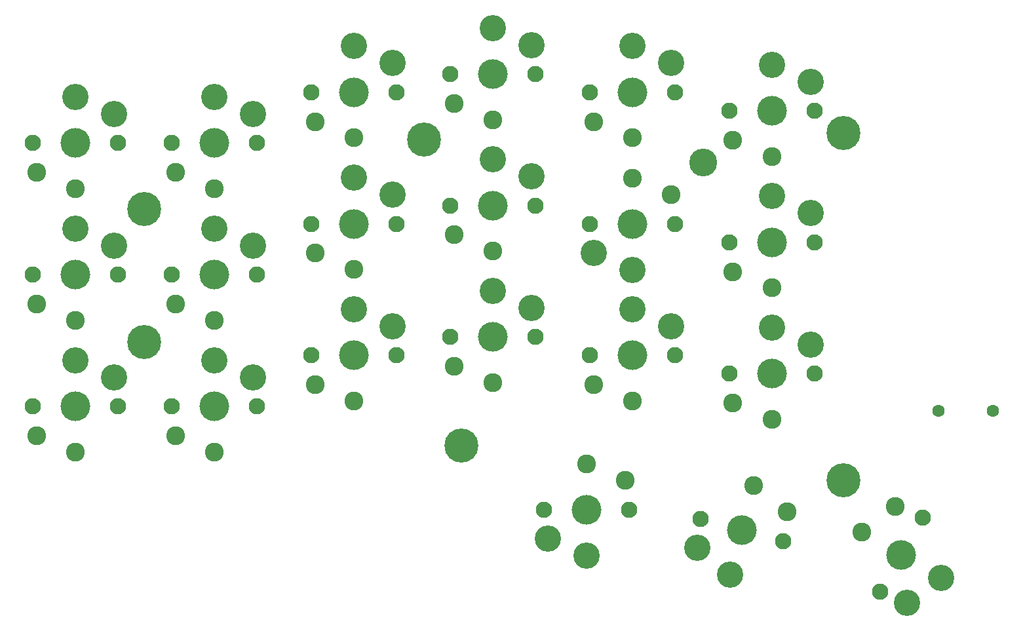
<source format=gts>
G04 #@! TF.GenerationSoftware,KiCad,Pcbnew,(7.0.0-0)*
G04 #@! TF.CreationDate,2023-04-28T12:14:11+03:00*
G04 #@! TF.ProjectId,chococorne,63686f63-6f63-46f7-926e-652e6b696361,2.1*
G04 #@! TF.SameCoordinates,Original*
G04 #@! TF.FileFunction,Soldermask,Top*
G04 #@! TF.FilePolarity,Negative*
%FSLAX46Y46*%
G04 Gerber Fmt 4.6, Leading zero omitted, Abs format (unit mm)*
G04 Created by KiCad (PCBNEW (7.0.0-0)) date 2023-04-28 12:14:11*
%MOMM*%
%LPD*%
G01*
G04 APERTURE LIST*
%ADD10C,4.400000*%
%ADD11C,2.101800*%
%ADD12C,3.400000*%
%ADD13C,3.829000*%
%ADD14C,2.432000*%
%ADD15C,3.600000*%
%ADD16C,1.600000*%
G04 APERTURE END LIST*
D10*
X71590000Y-69700000D03*
D11*
X21000000Y-87110000D03*
D12*
X26500000Y-81160000D03*
D13*
X26500000Y-87110000D03*
D12*
X31500000Y-83360000D03*
D11*
X32000000Y-87110000D03*
D14*
X26500000Y-93010000D03*
X21500000Y-90910000D03*
D15*
X107615000Y-72655000D03*
D10*
X35460000Y-95820000D03*
X125730000Y-113730000D03*
X76410000Y-109180000D03*
X35460000Y-78680000D03*
D11*
X111000000Y-82930000D03*
D12*
X116500000Y-76980000D03*
D13*
X116500000Y-82930000D03*
D12*
X121500000Y-79180000D03*
D11*
X122000000Y-82930000D03*
D14*
X116500000Y-88830000D03*
X111500000Y-86730000D03*
D16*
X145050000Y-104700000D03*
X138050000Y-104700000D03*
D11*
X57000000Y-80550000D03*
D12*
X62500000Y-74600000D03*
D13*
X62500000Y-80550000D03*
D12*
X67500000Y-76800000D03*
D11*
X68000000Y-80550000D03*
D14*
X62500000Y-86450000D03*
X57500000Y-84350000D03*
D11*
X39000000Y-87110000D03*
D12*
X44500000Y-81160000D03*
D13*
X44500000Y-87110000D03*
D12*
X49500000Y-83360000D03*
D11*
X50000000Y-87110000D03*
D14*
X44500000Y-93010000D03*
X39500000Y-90910000D03*
D11*
X104000000Y-80550000D03*
D12*
X98500000Y-86500000D03*
D13*
X98500000Y-80550000D03*
D12*
X93500000Y-84300000D03*
D11*
X93000000Y-80550000D03*
D14*
X98500000Y-74650000D03*
X103500000Y-76750000D03*
D11*
X117962592Y-121533505D03*
D12*
X111110027Y-125857259D03*
D13*
X112650000Y-120110000D03*
D12*
X106849799Y-122438127D03*
D11*
X107337408Y-118686495D03*
D14*
X114177032Y-114411038D03*
X118463142Y-117733577D03*
D10*
X125730000Y-68830000D03*
D11*
X21000000Y-104130000D03*
D12*
X26500000Y-98180000D03*
D13*
X26500000Y-104130000D03*
D12*
X31500000Y-100380000D03*
D11*
X32000000Y-104130000D03*
D14*
X26500000Y-110030000D03*
X21500000Y-107930000D03*
D11*
X39000000Y-70110000D03*
D12*
X44500000Y-64160000D03*
D13*
X44500000Y-70110000D03*
D12*
X49500000Y-66360000D03*
D11*
X50000000Y-70110000D03*
D14*
X44500000Y-76010000D03*
X39500000Y-73910000D03*
D11*
X75000000Y-61190000D03*
D12*
X80500000Y-55240000D03*
D13*
X80500000Y-61190000D03*
D12*
X85500000Y-57440000D03*
D11*
X86000000Y-61190000D03*
D14*
X80500000Y-67090000D03*
X75500000Y-64990000D03*
D11*
X57000000Y-63550000D03*
D12*
X62500000Y-57600000D03*
D13*
X62500000Y-63550000D03*
D12*
X67500000Y-59800000D03*
D11*
X68000000Y-63550000D03*
D14*
X62500000Y-69450000D03*
X57500000Y-67350000D03*
D11*
X111000000Y-65930000D03*
D12*
X116500000Y-59980000D03*
D13*
X116500000Y-65930000D03*
D12*
X121500000Y-62180000D03*
D11*
X122000000Y-65930000D03*
D14*
X116500000Y-71830000D03*
X111500000Y-69730000D03*
X93500000Y-67350000D03*
X98500000Y-69450000D03*
D11*
X104000000Y-63550000D03*
D12*
X103500000Y-59800000D03*
D13*
X98500000Y-63550000D03*
D12*
X98500000Y-57600000D03*
D11*
X93000000Y-63550000D03*
X75000000Y-95180000D03*
D12*
X80500000Y-89230000D03*
D13*
X80500000Y-95180000D03*
D12*
X85500000Y-91430000D03*
D11*
X86000000Y-95180000D03*
D14*
X80500000Y-101080000D03*
X75500000Y-98980000D03*
D11*
X75000000Y-78180000D03*
D12*
X80500000Y-72230000D03*
D13*
X80500000Y-78180000D03*
D12*
X85500000Y-74430000D03*
D11*
X86000000Y-78180000D03*
D14*
X80500000Y-84080000D03*
X75500000Y-81980000D03*
D11*
X57000000Y-97555000D03*
D12*
X62500000Y-91605000D03*
D13*
X62500000Y-97555000D03*
D12*
X67500000Y-93805000D03*
D11*
X68000000Y-97555000D03*
D14*
X62500000Y-103455000D03*
X57500000Y-101355000D03*
D11*
X21000000Y-70110000D03*
D12*
X26500000Y-64160000D03*
D13*
X26500000Y-70110000D03*
D12*
X31500000Y-66360000D03*
D11*
X32000000Y-70110000D03*
D14*
X26500000Y-76010000D03*
X21500000Y-73910000D03*
D11*
X98100000Y-117520000D03*
D12*
X92600000Y-123470000D03*
D13*
X92600000Y-117520000D03*
D12*
X87600000Y-121270000D03*
D11*
X87100000Y-117520000D03*
D14*
X92600000Y-111620000D03*
X97600000Y-113720000D03*
D11*
X39000000Y-104115000D03*
D12*
X44500000Y-98165000D03*
D13*
X44500000Y-104115000D03*
D12*
X49500000Y-100365000D03*
D11*
X50000000Y-104115000D03*
D14*
X44500000Y-110015000D03*
X39500000Y-107915000D03*
D11*
X93000000Y-97555000D03*
D12*
X98500000Y-91605000D03*
D13*
X98500000Y-97555000D03*
D12*
X103500000Y-93805000D03*
D11*
X104000000Y-97555000D03*
D14*
X98500000Y-103455000D03*
X93500000Y-101355000D03*
D11*
X136000000Y-118556860D03*
D12*
X138402851Y-126295000D03*
D13*
X133250000Y-123320000D03*
D12*
X133997595Y-129525127D03*
D11*
X130500000Y-128083140D03*
D14*
X128140450Y-120370000D03*
X132459103Y-117089873D03*
D11*
X111000000Y-99930000D03*
D12*
X116500000Y-93980000D03*
D13*
X116500000Y-99930000D03*
D12*
X121500000Y-96180000D03*
D11*
X122000000Y-99930000D03*
D14*
X116500000Y-105830000D03*
X111500000Y-103730000D03*
M02*

</source>
